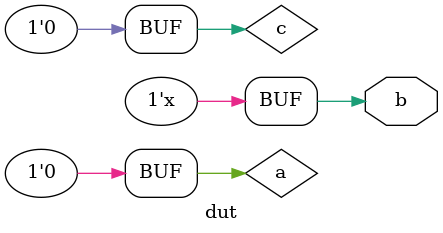
<source format=sv>
module dut (b);                                                                                          
        wire a = 0;      
        output reg b = 0;                                                                        
        always @* begin                                                                                  
                if(a) b = 1;                                                                     
        end   
   assign c = a;
                                                                                           
endmodule

</source>
